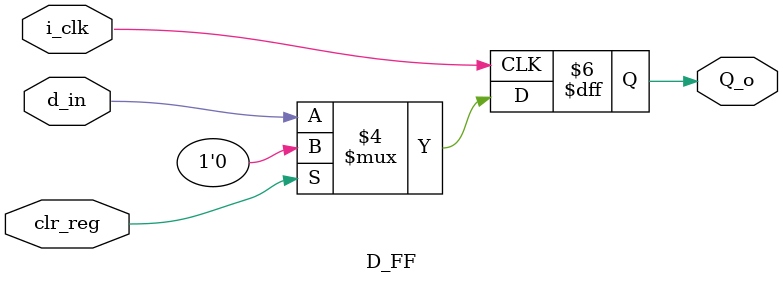
<source format=v>
`timescale 1ns / 1ps

module D_FF(
d_in , i_clk , Q_o , clr_reg
    );
    
 input i_clk ;
 input clr_reg ;
 input  d_in ;
 output reg Q_o;
 
 
 always @(posedge i_clk)
   begin
      if(clr_reg==1'b1)
      Q_o <= 1'b0;
      else
     Q_o <= d_in ;
     end   
endmodule

</source>
